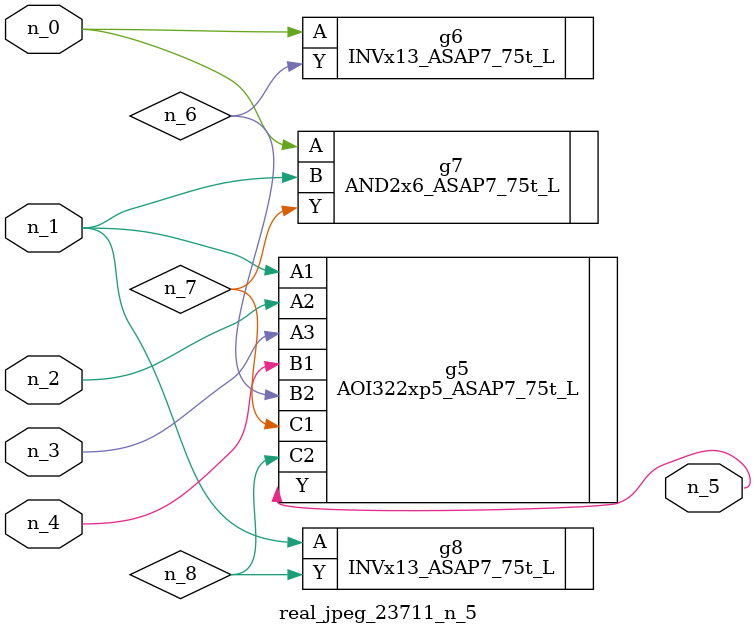
<source format=v>
module real_jpeg_23711_n_5 (n_4, n_0, n_1, n_2, n_3, n_5);

input n_4;
input n_0;
input n_1;
input n_2;
input n_3;

output n_5;

wire n_8;
wire n_6;
wire n_7;

INVx13_ASAP7_75t_L g6 ( 
.A(n_0),
.Y(n_6)
);

AND2x6_ASAP7_75t_L g7 ( 
.A(n_0),
.B(n_1),
.Y(n_7)
);

AOI322xp5_ASAP7_75t_L g5 ( 
.A1(n_1),
.A2(n_2),
.A3(n_3),
.B1(n_4),
.B2(n_6),
.C1(n_7),
.C2(n_8),
.Y(n_5)
);

INVx13_ASAP7_75t_L g8 ( 
.A(n_1),
.Y(n_8)
);


endmodule
</source>
